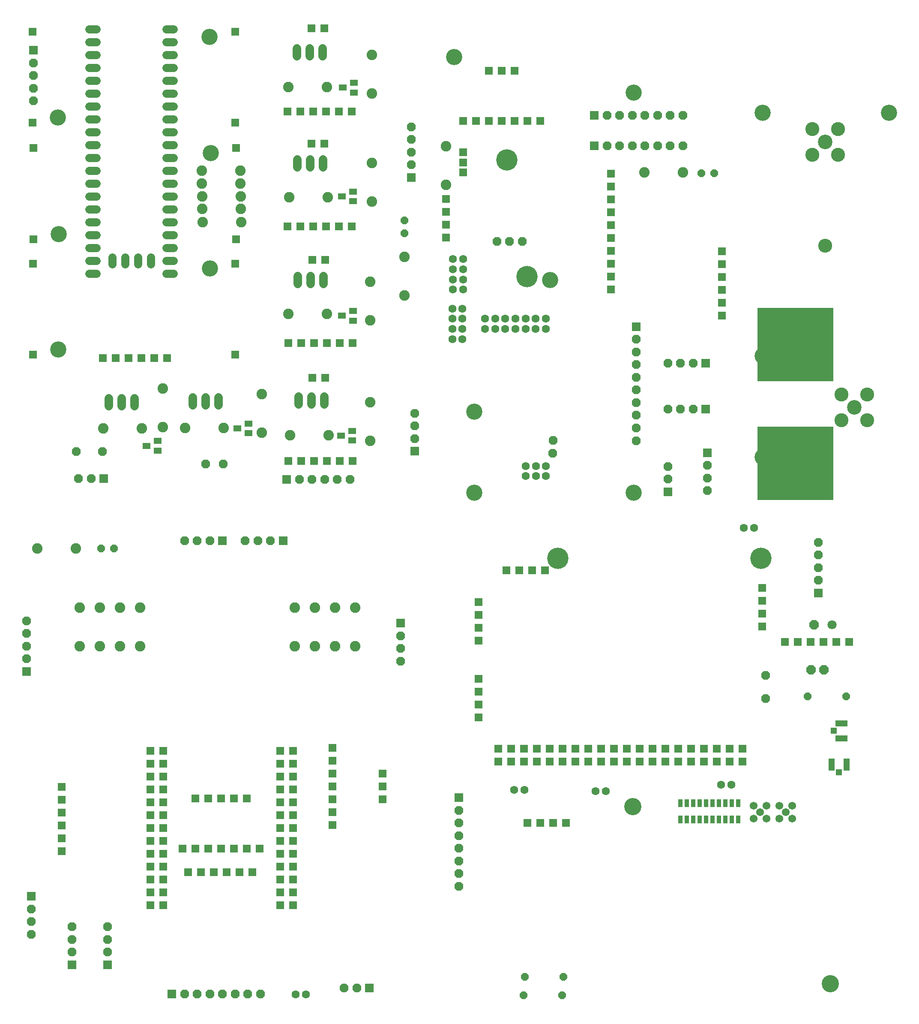
<source format=gbr>
G04 EAGLE Gerber RS-274X export*
G75*
%MOMM*%
%FSLAX34Y34*%
%LPD*%
%INSoldermask Top*%
%IPPOS*%
%AMOC8*
5,1,8,0,0,1.08239X$1,22.5*%
G01*
%ADD10C,3.403200*%
%ADD11C,4.203200*%
%ADD12C,3.203200*%
%ADD13R,1.727200X1.727200*%
%ADD14P,1.869504X8X202.500000*%
%ADD15P,1.869504X8X22.500000*%
%ADD16P,1.869504X8X292.500000*%
%ADD17R,1.503200X1.503200*%
%ADD18R,1.603200X1.603200*%
%ADD19P,1.640903X8X22.500000*%
%ADD20C,2.082800*%
%ADD21P,1.869504X8X112.500000*%
%ADD22C,1.603200*%
%ADD23P,1.640903X8X202.500000*%
%ADD24C,1.543200*%
%ADD25R,1.303200X2.453200*%
%ADD26R,1.253200X1.303200*%
%ADD27R,2.453200X1.303200*%
%ADD28R,1.303200X1.253200*%
%ADD29R,0.845481X1.571534*%
%ADD30R,0.849669X1.575000*%
%ADD31R,0.850059X1.570631*%
%ADD32R,0.848509X1.575209*%
%ADD33R,0.846681X1.570925*%
%ADD34R,0.843969X1.573309*%
%ADD35R,0.846019X1.570572*%
%ADD36R,0.844100X1.574159*%
%ADD37R,0.843797X1.570606*%
%ADD38R,0.843188X1.574669*%
%ADD39R,0.841734X1.570925*%
%ADD40R,0.841650X1.576081*%
%ADD41R,0.840000X1.570881*%
%ADD42R,0.840841X1.573881*%
%ADD43R,0.841519X1.571856*%
%ADD44R,0.839281X1.574381*%
%ADD45R,0.834909X1.570541*%
%ADD46R,0.838309X1.574209*%
%ADD47R,0.838228X1.571409*%
%ADD48R,0.832881X1.576141*%
%ADD49P,1.951982X8X202.500000*%
%ADD50C,1.803400*%
%ADD51P,1.951982X8X22.500000*%
%ADD52P,1.640903X8X112.500000*%
%ADD53C,1.727200*%
%ADD54R,1.603200X1.203200*%
%ADD55C,1.603200*%
%ADD56C,2.870200*%
%ADD57C,2.755900*%
%ADD58C,2.743200*%

G36*
X1645005Y1259999D02*
X1645005Y1259999D01*
X1645005Y1260000D01*
X1645005Y1405000D01*
X1645001Y1405005D01*
X1645000Y1405005D01*
X1495000Y1405005D01*
X1494995Y1405001D01*
X1494995Y1405000D01*
X1494995Y1260000D01*
X1494999Y1259995D01*
X1495000Y1259995D01*
X1645000Y1259995D01*
X1645005Y1259999D01*
G37*
G36*
X1645005Y1024999D02*
X1645005Y1024999D01*
X1645005Y1025000D01*
X1645005Y1170000D01*
X1645001Y1170005D01*
X1645000Y1170005D01*
X1495000Y1170005D01*
X1494995Y1170001D01*
X1494995Y1170000D01*
X1494995Y1025000D01*
X1494999Y1024995D01*
X1495000Y1024995D01*
X1645000Y1024995D01*
X1645005Y1024999D01*
G37*
D10*
X1248400Y420000D03*
X1638400Y70000D03*
D11*
X1100200Y910100D03*
X1501800Y910100D03*
D12*
X895000Y1900000D03*
X1085000Y1460000D03*
X935000Y1040000D03*
X935000Y1200000D03*
X1250000Y1040000D03*
X1250000Y1830000D03*
X1505000Y1310000D03*
X1615000Y1310000D03*
X1505000Y1110000D03*
X1615000Y1110000D03*
X1755000Y1790000D03*
X1505000Y1790000D03*
D13*
X50500Y686600D03*
D14*
X50500Y711600D03*
X50500Y736600D03*
X50500Y761600D03*
X50500Y786600D03*
D13*
X59500Y242900D03*
D15*
X59500Y217900D03*
X59500Y192900D03*
X59500Y167900D03*
D13*
X789500Y782200D03*
D15*
X789500Y757200D03*
X789500Y732200D03*
X789500Y707200D03*
D13*
X727800Y61600D03*
D16*
X702800Y61600D03*
X677800Y61600D03*
D17*
X496300Y290200D03*
X369300Y290200D03*
X420100Y290200D03*
X445500Y290200D03*
X470900Y290200D03*
X394700Y290200D03*
D18*
X485200Y337100D03*
X383600Y337100D03*
X459800Y337100D03*
X434400Y436100D03*
X459800Y436100D03*
X485200Y436100D03*
X358200Y337100D03*
X434400Y337100D03*
X409000Y436100D03*
X409000Y337100D03*
X383600Y436100D03*
X510600Y337100D03*
X119900Y408200D03*
X119900Y382800D03*
X119900Y357400D03*
X119900Y332000D03*
X119900Y433600D03*
X119900Y459000D03*
D19*
X197300Y930000D03*
X222700Y930000D03*
D20*
X71900Y930000D03*
X148100Y930000D03*
D18*
X655000Y510800D03*
X655000Y409200D03*
X655000Y485400D03*
X754000Y460000D03*
X754000Y485400D03*
X655000Y383800D03*
X655000Y460000D03*
X754000Y434600D03*
X655000Y434600D03*
X655000Y536200D03*
D13*
X337500Y50000D03*
D21*
X362500Y50000D03*
X387500Y50000D03*
X412500Y50000D03*
X437500Y50000D03*
X462500Y50000D03*
X487500Y50000D03*
X512500Y50000D03*
D20*
X275000Y736900D03*
X275000Y813100D03*
X235000Y736900D03*
X235000Y813100D03*
X195000Y813100D03*
X195000Y736900D03*
X155000Y736900D03*
X155000Y813100D03*
D13*
X437500Y945000D03*
D16*
X412500Y945000D03*
X387500Y945000D03*
X362500Y945000D03*
D13*
X557500Y945000D03*
D16*
X532500Y945000D03*
X507500Y945000D03*
X482500Y945000D03*
D13*
X210000Y107500D03*
D14*
X210000Y132500D03*
X210000Y157500D03*
X210000Y182500D03*
D13*
X140000Y107500D03*
D14*
X140000Y132500D03*
X140000Y157500D03*
X140000Y182500D03*
D20*
X580000Y813100D03*
X580000Y736900D03*
X620000Y736900D03*
X620000Y813100D03*
X660000Y736900D03*
X660000Y813100D03*
X700000Y813100D03*
X700000Y736900D03*
D18*
X320100Y479000D03*
X551900Y275700D03*
X551900Y504300D03*
X551900Y250300D03*
X551900Y529700D03*
X577300Y275700D03*
X294700Y479000D03*
X320100Y225000D03*
X577300Y250300D03*
X577300Y301100D03*
X551900Y301100D03*
X577300Y326500D03*
X551900Y351900D03*
X294700Y326600D03*
X294700Y377400D03*
X294700Y275800D03*
X294700Y529800D03*
X294700Y504400D03*
X320100Y453600D03*
X320100Y529800D03*
X320100Y504400D03*
X320100Y275800D03*
X294700Y225000D03*
X294700Y402800D03*
X320100Y377400D03*
X320100Y352000D03*
X294700Y352000D03*
X320100Y326600D03*
X577300Y377300D03*
X551900Y402700D03*
X551900Y428100D03*
X577300Y402700D03*
X577300Y428100D03*
X551900Y453500D03*
X320100Y301200D03*
X294700Y301200D03*
X577300Y224900D03*
X551900Y326500D03*
X577300Y351900D03*
X551900Y377300D03*
X577300Y453500D03*
X551900Y478900D03*
X577300Y478900D03*
X577300Y504300D03*
X294700Y453600D03*
X320100Y428200D03*
X294700Y428200D03*
X294700Y250400D03*
X320100Y402800D03*
X320100Y250400D03*
X551900Y224900D03*
X577300Y529700D03*
D22*
X602000Y49000D03*
X582000Y49000D03*
D23*
X1670000Y637300D03*
X1593800Y637300D03*
D24*
X1550300Y409100D03*
X1563000Y421800D03*
X1537600Y421800D03*
X1563000Y396400D03*
X1537600Y396400D03*
D25*
X1641250Y502800D03*
X1670750Y502800D03*
D26*
X1656000Y487300D03*
D24*
X1499800Y409100D03*
X1512500Y421800D03*
X1487100Y421800D03*
X1512500Y396400D03*
X1487100Y396400D03*
D27*
X1660800Y584150D03*
X1660800Y554650D03*
D28*
X1645300Y569400D03*
D14*
X1510900Y679400D03*
X1510700Y633400D03*
D13*
X1615200Y841800D03*
D14*
X1615200Y866800D03*
X1615200Y891800D03*
X1615200Y916800D03*
X1615200Y941800D03*
D18*
X1090600Y387500D03*
X1065200Y387500D03*
X1039800Y387500D03*
X1116000Y387500D03*
X1465300Y509000D03*
X944000Y621700D03*
X982700Y534400D03*
X1504000Y851300D03*
X1024400Y886300D03*
X1504000Y800500D03*
X982700Y509000D03*
X1465300Y534400D03*
X999000Y886300D03*
X944000Y596300D03*
X1439900Y509000D03*
X944000Y647100D03*
X944000Y672500D03*
X944000Y823700D03*
X944000Y798300D03*
X944000Y772900D03*
X944000Y747500D03*
X1262100Y509000D03*
X1084300Y509000D03*
X1084300Y534400D03*
X1058900Y509000D03*
X1058900Y534400D03*
X1033500Y509000D03*
X1033500Y534400D03*
X1008100Y509000D03*
X1008100Y534400D03*
X1389100Y534400D03*
X1389100Y509000D03*
X1414500Y534400D03*
X1414500Y509000D03*
X1049800Y886300D03*
X1075200Y886300D03*
X1439900Y534400D03*
X1363700Y509000D03*
X1236700Y534400D03*
X1236700Y509000D03*
X1262100Y534400D03*
X1185900Y509000D03*
X1211300Y534400D03*
X1135100Y509000D03*
X1135100Y534400D03*
X1109700Y534400D03*
X1338300Y534400D03*
X1338300Y509000D03*
X1363700Y534400D03*
X1109700Y509000D03*
X1160500Y534400D03*
X1160500Y509000D03*
X1185900Y534400D03*
X1211300Y509000D03*
X1287500Y534400D03*
X1287500Y509000D03*
X1312900Y534400D03*
X1312900Y509000D03*
X1504000Y775100D03*
X1504000Y825900D03*
X1625000Y745000D03*
X1599600Y745000D03*
X1574200Y745000D03*
X1548800Y745000D03*
X1650400Y745000D03*
X1675800Y745000D03*
D29*
X1456767Y394368D03*
D30*
X1456788Y426645D03*
D31*
X1444090Y394363D03*
D32*
X1444083Y426646D03*
D33*
X1431373Y394365D03*
D34*
X1431360Y426637D03*
D35*
X1418670Y394363D03*
D36*
X1418660Y426641D03*
D37*
X1405959Y394363D03*
D38*
X1405956Y426643D03*
D39*
X1393249Y394365D03*
D40*
X1393248Y426650D03*
D41*
X1380540Y394364D03*
D42*
X1380544Y426639D03*
D43*
X1367848Y394369D03*
D44*
X1367836Y426642D03*
D45*
X1355115Y394363D03*
D46*
X1355132Y426641D03*
D47*
X1342431Y394367D03*
D48*
X1342404Y426651D03*
D23*
X1109100Y47000D03*
X1032900Y47000D03*
D49*
X1606220Y779000D03*
D50*
X1641780Y779000D03*
D22*
X1014000Y453000D03*
X1034000Y453000D03*
X1443000Y463000D03*
X1423000Y463000D03*
D51*
X1600300Y690000D03*
X1625700Y690000D03*
D22*
X1175000Y450000D03*
X1195000Y450000D03*
D19*
X1034900Y84000D03*
X1111100Y84000D03*
D22*
X1468000Y970000D03*
X1488000Y970000D03*
D13*
X905000Y437500D03*
D15*
X905000Y412500D03*
X905000Y387500D03*
X905000Y362500D03*
X905000Y337500D03*
X905000Y312500D03*
X905000Y287500D03*
X905000Y262500D03*
D14*
X148300Y1121200D03*
X200100Y1121200D03*
D13*
X817300Y1121500D03*
D14*
X817300Y1146500D03*
X817300Y1171500D03*
X817300Y1196500D03*
D15*
X404600Y1096200D03*
X439300Y1096200D03*
D52*
X797400Y1552000D03*
X797400Y1577400D03*
D53*
X638900Y1228920D02*
X638900Y1213680D01*
X613500Y1213680D02*
X613500Y1228920D01*
X588100Y1228920D02*
X588100Y1213680D01*
X430100Y1211980D02*
X430100Y1227220D01*
X404700Y1227220D02*
X404700Y1211980D01*
X379300Y1211980D02*
X379300Y1227220D01*
X263900Y1226220D02*
X263900Y1210980D01*
X238500Y1210980D02*
X238500Y1226220D01*
X213100Y1226220D02*
X213100Y1210980D01*
X637200Y1451980D02*
X637200Y1467220D01*
X611800Y1467220D02*
X611800Y1451980D01*
X586400Y1451980D02*
X586400Y1467220D01*
X636500Y1681980D02*
X636500Y1697220D01*
X611100Y1697220D02*
X611100Y1681980D01*
X585700Y1681980D02*
X585700Y1697220D01*
X635800Y1901980D02*
X635800Y1917220D01*
X610400Y1917220D02*
X610400Y1901980D01*
X585000Y1901980D02*
X585000Y1917220D01*
D20*
X363900Y1167800D03*
X440100Y1167800D03*
X201900Y1166900D03*
X278100Y1166900D03*
X319900Y1245700D03*
X319900Y1169500D03*
X567700Y1840900D03*
X643900Y1840900D03*
X732900Y1903900D03*
X732900Y1827700D03*
X398500Y1573900D03*
X474700Y1573900D03*
X397900Y1599900D03*
X474100Y1599900D03*
X397300Y1624900D03*
X473500Y1624900D03*
X396700Y1649900D03*
X472900Y1649900D03*
X397100Y1675900D03*
X473300Y1675900D03*
X514800Y1234700D03*
X514800Y1158500D03*
X570700Y1152800D03*
X646900Y1152800D03*
X729800Y1217900D03*
X729800Y1141700D03*
X567500Y1392800D03*
X643700Y1392800D03*
X729800Y1456100D03*
X729800Y1379900D03*
X569300Y1622800D03*
X645500Y1622800D03*
X732900Y1690900D03*
X732900Y1614700D03*
X797100Y1429500D03*
X797100Y1505700D03*
D54*
X489100Y1157100D03*
X489100Y1176100D03*
X467100Y1166600D03*
X694100Y1142800D03*
X694100Y1161800D03*
X672100Y1152300D03*
X695200Y1379600D03*
X695200Y1398600D03*
X673200Y1389100D03*
X695200Y1615300D03*
X695200Y1634300D03*
X673200Y1624800D03*
X697200Y1830000D03*
X697200Y1849000D03*
X675200Y1839500D03*
X309200Y1122700D03*
X309200Y1141700D03*
X287200Y1132200D03*
D13*
X64300Y1913200D03*
D15*
X64300Y1888200D03*
X64300Y1863200D03*
X64300Y1838200D03*
X64300Y1813200D03*
D13*
X810700Y1662100D03*
D14*
X810700Y1687100D03*
X810700Y1712100D03*
X810700Y1737100D03*
X810700Y1762100D03*
D55*
X340700Y1904200D02*
X326700Y1904200D01*
X188300Y1472400D02*
X174300Y1472400D01*
X219400Y1490800D02*
X219400Y1504800D01*
X188300Y1523200D02*
X174300Y1523200D01*
X326700Y1574000D02*
X340700Y1574000D01*
X340700Y1599400D02*
X326700Y1599400D01*
X326700Y1624800D02*
X340700Y1624800D01*
X340700Y1650200D02*
X326700Y1650200D01*
X326700Y1675600D02*
X340700Y1675600D01*
X340700Y1701000D02*
X326700Y1701000D01*
X326700Y1726400D02*
X340700Y1726400D01*
X340700Y1751800D02*
X326700Y1751800D01*
X188300Y1853400D02*
X174300Y1853400D01*
X174300Y1828000D02*
X188300Y1828000D01*
X188300Y1802600D02*
X174300Y1802600D01*
X174300Y1777200D02*
X188300Y1777200D01*
X188300Y1751800D02*
X174300Y1751800D01*
X174300Y1726400D02*
X188300Y1726400D01*
X326700Y1777200D02*
X340700Y1777200D01*
X340700Y1802600D02*
X326700Y1802600D01*
X188300Y1701000D02*
X174300Y1701000D01*
X174300Y1675600D02*
X188300Y1675600D01*
X188300Y1650200D02*
X174300Y1650200D01*
X174300Y1624800D02*
X188300Y1624800D01*
X188300Y1599400D02*
X174300Y1599400D01*
X174300Y1574000D02*
X188300Y1574000D01*
X188300Y1548600D02*
X174300Y1548600D01*
X326700Y1828000D02*
X340700Y1828000D01*
X340700Y1853400D02*
X326700Y1853400D01*
X188300Y1955000D02*
X174300Y1955000D01*
X174300Y1929600D02*
X188300Y1929600D01*
X188300Y1904200D02*
X174300Y1904200D01*
X174300Y1878800D02*
X188300Y1878800D01*
X326700Y1497800D02*
X340700Y1497800D01*
X340700Y1523200D02*
X326700Y1523200D01*
X326700Y1548600D02*
X340700Y1548600D01*
X340700Y1955000D02*
X326700Y1955000D01*
X326700Y1929600D02*
X340700Y1929600D01*
X188300Y1497800D02*
X174300Y1497800D01*
X295600Y1490800D02*
X295600Y1504800D01*
X326700Y1878800D02*
X340700Y1878800D01*
X270200Y1504800D02*
X270200Y1490800D01*
X244800Y1490800D02*
X244800Y1504800D01*
X326700Y1472400D02*
X340700Y1472400D01*
D18*
X667500Y1792300D03*
X642100Y1792300D03*
X616700Y1792300D03*
X692900Y1792300D03*
X565900Y1792300D03*
X613300Y1956300D03*
X591300Y1792300D03*
X638700Y1956300D03*
X668900Y1102300D03*
X643500Y1102300D03*
X618100Y1102300D03*
X694300Y1102300D03*
X567300Y1102300D03*
X614700Y1266300D03*
X592700Y1102300D03*
X640100Y1266300D03*
D17*
X63000Y1312200D03*
X63000Y1492200D03*
X463000Y1312200D03*
X463000Y1492200D03*
D12*
X113000Y1322200D03*
X413000Y1482200D03*
D17*
X64100Y1540100D03*
X64100Y1720100D03*
X464100Y1540100D03*
X464100Y1720100D03*
D12*
X114100Y1550100D03*
X414100Y1710100D03*
D18*
X252100Y1305700D03*
X277500Y1305700D03*
X302900Y1305700D03*
X328300Y1305700D03*
X226700Y1305700D03*
X201300Y1305700D03*
D17*
X62300Y1770100D03*
X62300Y1950100D03*
X462300Y1770100D03*
X462300Y1950100D03*
D12*
X112300Y1780100D03*
X412300Y1940100D03*
D18*
X667500Y1565200D03*
X642100Y1565200D03*
X616700Y1565200D03*
X692900Y1565200D03*
X565900Y1565200D03*
X613300Y1729200D03*
X591300Y1565200D03*
X638700Y1729200D03*
X668900Y1335200D03*
X643500Y1335200D03*
X618100Y1335200D03*
X694300Y1335200D03*
X567300Y1335200D03*
X614700Y1499200D03*
X592700Y1335200D03*
X640100Y1499200D03*
D13*
X564500Y1066000D03*
D21*
X589500Y1066000D03*
X614500Y1066000D03*
X639500Y1066000D03*
X664500Y1066000D03*
X689500Y1066000D03*
D13*
X203000Y1068000D03*
D16*
X178000Y1068000D03*
X153000Y1068000D03*
X1090000Y1117400D03*
X1091000Y1143200D03*
X980000Y1536000D03*
X1005000Y1535800D03*
X1030000Y1535600D03*
D17*
X879400Y1594100D03*
X879400Y1619500D03*
X879400Y1543300D03*
X879400Y1568700D03*
D11*
X1039400Y1466400D03*
X999400Y1696400D03*
D17*
X912800Y1672000D03*
X912800Y1692000D03*
X912800Y1712000D03*
D22*
X956400Y1363200D03*
X956400Y1383200D03*
X976400Y1363200D03*
X976400Y1383200D03*
X996400Y1363200D03*
X996400Y1383200D03*
X1016400Y1363200D03*
X1016400Y1383200D03*
X1036400Y1363200D03*
X1036400Y1383200D03*
X1056400Y1363200D03*
X1056400Y1383200D03*
X1076400Y1363200D03*
X1076400Y1383200D03*
X892800Y1500800D03*
X912800Y1500800D03*
X892800Y1480800D03*
X912800Y1480800D03*
X892800Y1460800D03*
X912800Y1460800D03*
X892800Y1440800D03*
X912800Y1440800D03*
X891600Y1403000D03*
X911600Y1403000D03*
X891600Y1383000D03*
X911600Y1383000D03*
X891600Y1363000D03*
X911600Y1363000D03*
X891600Y1343000D03*
X911600Y1343000D03*
X1036800Y1072400D03*
X1036800Y1092400D03*
X1056800Y1072400D03*
X1056800Y1092400D03*
X1076800Y1072400D03*
X1076800Y1092400D03*
D18*
X938200Y1774000D03*
X1039800Y1774000D03*
X963600Y1774000D03*
X989000Y1873000D03*
X963600Y1873000D03*
X1065200Y1774000D03*
X989000Y1774000D03*
X1014400Y1873000D03*
X1014400Y1774000D03*
X912800Y1774000D03*
D20*
X879000Y1647900D03*
X879000Y1724100D03*
D13*
X1395900Y1118500D03*
D15*
X1395900Y1093500D03*
X1395900Y1068500D03*
X1395900Y1043500D03*
D18*
X1424300Y1440100D03*
X1424300Y1465500D03*
X1424300Y1490900D03*
X1424300Y1516300D03*
X1424300Y1414700D03*
X1424300Y1389300D03*
D19*
X1383900Y1670700D03*
X1409300Y1670700D03*
D20*
X1271200Y1672200D03*
X1347400Y1672200D03*
D13*
X1317500Y1041500D03*
D14*
X1317500Y1066500D03*
X1317500Y1091500D03*
D13*
X1255000Y1367500D03*
D15*
X1255000Y1342500D03*
X1255000Y1317500D03*
X1255000Y1292500D03*
X1255000Y1267500D03*
X1255000Y1242500D03*
X1255000Y1217500D03*
X1255000Y1192500D03*
X1255000Y1167500D03*
X1255000Y1142500D03*
D13*
X1392500Y1205000D03*
D16*
X1367500Y1205000D03*
X1342500Y1205000D03*
X1317500Y1205000D03*
D13*
X1392500Y1295000D03*
D16*
X1367500Y1295000D03*
X1342500Y1295000D03*
X1317500Y1295000D03*
D13*
X1172500Y1785000D03*
D21*
X1197500Y1785000D03*
X1222500Y1785000D03*
X1247500Y1785000D03*
X1272500Y1785000D03*
X1297500Y1785000D03*
X1322500Y1785000D03*
X1347500Y1785000D03*
D13*
X1172500Y1725000D03*
D21*
X1197500Y1725000D03*
X1222500Y1725000D03*
X1247500Y1725000D03*
X1272500Y1725000D03*
X1297500Y1725000D03*
X1322500Y1725000D03*
X1347500Y1725000D03*
D18*
X1205000Y1567700D03*
X1205000Y1542300D03*
X1205000Y1516900D03*
X1205000Y1491500D03*
X1205000Y1466100D03*
X1205000Y1440700D03*
X1205000Y1593100D03*
X1205000Y1618500D03*
X1205000Y1643900D03*
X1205000Y1669300D03*
D56*
X1686000Y1208500D03*
D57*
X1660600Y1233900D03*
X1711400Y1233900D03*
X1711400Y1183100D03*
X1660600Y1183100D03*
D22*
X1569900Y1114500D03*
X1549900Y1114500D03*
X1569900Y1303300D03*
X1549900Y1303300D03*
D58*
X1629000Y1527600D03*
D56*
X1629000Y1732100D03*
D57*
X1603600Y1706700D03*
X1603600Y1757500D03*
X1654400Y1757500D03*
X1654400Y1706700D03*
M02*

</source>
